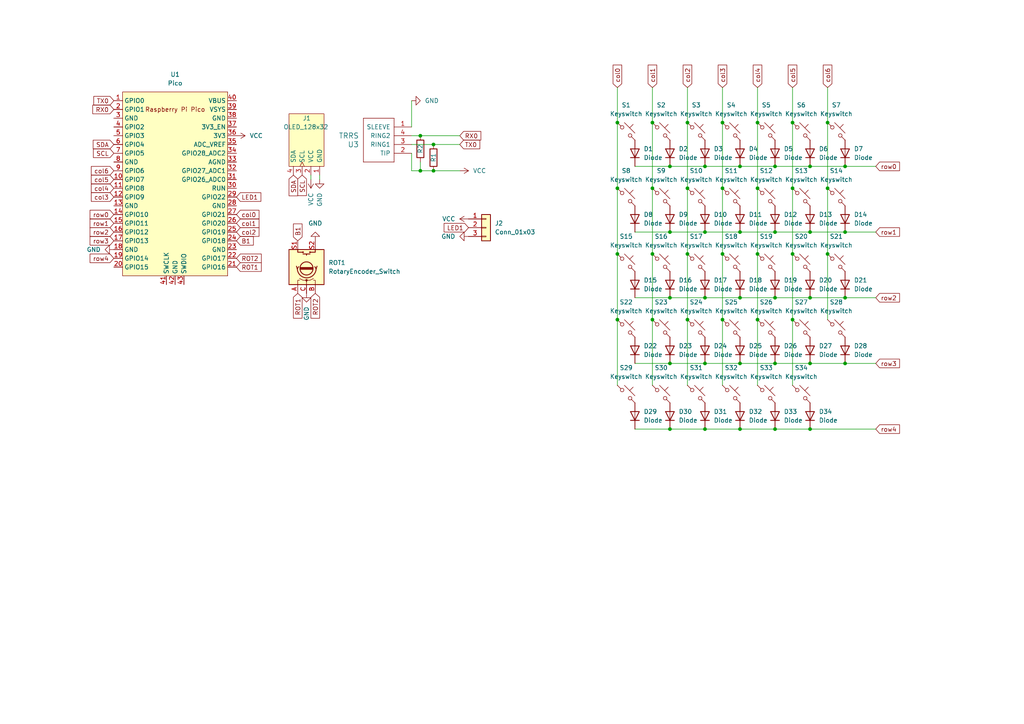
<source format=kicad_sch>
(kicad_sch (version 20230121) (generator eeschema)
  (paper "A4")
  (lib_symbols
    (symbol "Connector_Generic:Conn_01x03" (pin_names (offset 1.016) hide)
      (property "Reference" "J" (at 0 5.08 0))
      (property "Value" "Conn_01x03" (at 0 -5.08 0))
      (symbol "Conn_01x03_1_1"
        (rectangle (start -1.27 -2.413) (end 0 -2.667) (stroke (width 0.1524)))
        (rectangle (start -1.27 0.127) (end 0 -0.127) (stroke (width 0.1524)))
        (rectangle (start -1.27 2.667) (end 0 2.413) (stroke (width 0.1524)))
        (rectangle (start -1.27 3.81) (end 1.27 -3.81) (stroke (width 0.254)) (fill (type background)))
        (pin passive line (at -5.08 2.54 0) (length 3.81) (name "Pin_1") (number "1"))
        (pin passive line (at -5.08 0 0) (length 3.81) (name "Pin_2") (number "2"))
        (pin passive line (at -5.08 -2.54 0) (length 3.81) (name "Pin_3") (number "3"))
      )
    )
    (symbol "Device:RotaryEncoder_Switch" (pin_names (offset 0.254) hide)
      (property "Reference" "SW" (at 0 6.604 0))
      (property "Value" "RotaryEncoder_Switch" (at 0 -6.604 0))
      (symbol "RotaryEncoder_Switch_0_1"
        (rectangle (start -5.08 5.08) (end 5.08 -5.08) (stroke (width 0.254)) (fill (type background)))
        (circle (center -3.81 0) (radius 0.254) (fill (type outline)))
        (circle (center -0.381 0) (radius 1.905) (stroke (width 0.254)))
        (arc (start -0.381 2.667) (mid -3.0988 -0.0635) (end -0.381 -2.794) (stroke (width 0.254)))
        (polyline (pts (xy -0.635 -1.778) (xy -0.635 1.778)) (stroke (width 0.254)))
        (polyline (pts (xy -0.381 -1.778) (xy -0.381 1.778)) (stroke (width 0.254)))
        (polyline (pts (xy -0.127 1.778) (xy -0.127 -1.778)) (stroke (width 0.254)))
        (polyline (pts (xy 3.81 0) (xy 3.429 0)) (stroke (width 0.254)))
        (polyline (pts (xy 3.81 1.016) (xy 3.81 -1.016)) (stroke (width 0.254)))
        (polyline (pts (xy -5.08 -2.54) (xy -3.81 -2.54) (xy -3.81 -2.032)))
        (polyline (pts (xy -5.08 2.54) (xy -3.81 2.54) (xy -3.81 2.032)))
        (polyline (pts (xy 0.254 -3.048) (xy -0.508 -2.794) (xy 0.127 -2.413)) (stroke (width 0.254)))
        (polyline (pts (xy 0.254 2.921) (xy -0.508 2.667) (xy 0.127 2.286)) (stroke (width 0.254)))
        (polyline (pts (xy 5.08 -2.54) (xy 4.318 -2.54) (xy 4.318 -1.016)) (stroke (width 0.254)))
        (polyline (pts (xy 5.08 2.54) (xy 4.318 2.54) (xy 4.318 1.016)) (stroke (width 0.254)))
        (polyline (pts (xy -5.08 0) (xy -3.81 0) (xy -3.81 -1.016) (xy -3.302 -2.032)))
        (polyline (pts (xy -4.318 0) (xy -3.81 0) (xy -3.81 1.016) (xy -3.302 2.032)))
        (circle (center 4.318 -1.016) (radius 0.127) (stroke (width 0.254)))
        (circle (center 4.318 1.016) (radius 0.127) (stroke (width 0.254)))
      )
      (symbol "RotaryEncoder_Switch_1_1"
        (pin passive line (at -7.62 2.54 0) (length 2.54) (name "A") (number "A"))
        (pin passive line (at -7.62 -2.54 0) (length 2.54) (name "B") (number "B"))
        (pin passive line (at -7.62 0 0) (length 2.54) (name "C") (number "C"))
        (pin passive line (at 7.62 2.54 180) (length 2.54) (name "S1") (number "S1"))
        (pin passive line (at 7.62 -2.54 180) (length 2.54) (name "S2") (number "S2"))
      )
    )
    (symbol "MCU_RaspberryPi_and_Boards:Pico"
      (property "Reference" "U" (at -13.97 27.94 0))
      (property "Value" "Pico" (at 0 19.05 0))
      (symbol "Pico_0_0"
        (text "Raspberry Pi Pico" (at 0 21.59 0) (effects (font (size 1.27 1.27))))
      )
      (symbol "Pico_0_1"
        (rectangle (start -15.24 26.67) (end 15.24 -26.67) (fill (type background)))
      )
      (symbol "Pico_1_1"
        (pin bidirectional line (at -17.78 24.13 0) (length 2.54) (name "GPIO0") (number "1"))
        (pin bidirectional line (at -17.78 1.27 0) (length 2.54) (name "GPIO7") (number "10"))
        (pin bidirectional line (at -17.78 -1.27 0) (length 2.54) (name "GPIO8") (number "11"))
        (pin bidirectional line (at -17.78 -3.81 0) (length 2.54) (name "GPIO9") (number "12"))
        (pin power_in line (at -17.78 -6.35 0) (length 2.54) (name "GND") (number "13"))
        (pin bidirectional line (at -17.78 -8.89 0) (length 2.54) (name "GPIO10") (number "14"))
        (pin bidirectional line (at -17.78 -11.43 0) (length 2.54) (name "GPIO11") (number "15"))
        (pin bidirectional line (at -17.78 -13.97 0) (length 2.54) (name "GPIO12") (number "16"))
        (pin bidirectional line (at -17.78 -16.51 0) (length 2.54) (name "GPIO13") (number "17"))
        (pin power_in line (at -17.78 -19.05 0) (length 2.54) (name "GND") (number "18"))
        (pin bidirectional line (at -17.78 -21.59 0) (length 2.54) (name "GPIO14") (number "19"))
        (pin bidirectional line (at -17.78 21.59 0) (length 2.54) (name "GPIO1") (number "2"))
        (pin bidirectional line (at -17.78 -24.13 0) (length 2.54) (name "GPIO15") (number "20"))
        (pin bidirectional line (at 17.78 -24.13 180) (length 2.54) (name "GPIO16") (number "21"))
        (pin bidirectional line (at 17.78 -21.59 180) (length 2.54) (name "GPIO17") (number "22"))
        (pin power_in line (at 17.78 -19.05 180) (length 2.54) (name "GND") (number "23"))
        (pin bidirectional line (at 17.78 -16.51 180) (length 2.54) (name "GPIO18") (number "24"))
        (pin bidirectional line (at 17.78 -13.97 180) (length 2.54) (name "GPIO19") (number "25"))
        (pin bidirectional line (at 17.78 -11.43 180) (length 2.54) (name "GPIO20") (number "26"))
        (pin bidirectional line (at 17.78 -8.89 180) (length 2.54) (name "GPIO21") (number "27"))
        (pin power_in line (at 17.78 -6.35 180) (length 2.54) (name "GND") (number "28"))
        (pin bidirectional line (at 17.78 -3.81 180) (length 2.54) (name "GPIO22") (number "29"))
        (pin power_in line (at -17.78 19.05 0) (length 2.54) (name "GND") (number "3"))
        (pin input line (at 17.78 -1.27 180) (length 2.54) (name "RUN") (number "30"))
        (pin bidirectional line (at 17.78 1.27 180) (length 2.54) (name "GPIO26_ADC0") (number "31"))
        (pin bidirectional line (at 17.78 3.81 180) (length 2.54) (name "GPIO27_ADC1") (number "32"))
        (pin power_in line (at 17.78 6.35 180) (length 2.54) (name "AGND") (number "33"))
        (pin bidirectional line (at 17.78 8.89 180) (length 2.54) (name "GPIO28_ADC2") (number "34"))
        (pin power_in line (at 17.78 11.43 180) (length 2.54) (name "ADC_VREF") (number "35"))
        (pin power_in line (at 17.78 13.97 180) (length 2.54) (name "3V3") (number "36"))
        (pin input line (at 17.78 16.51 180) (length 2.54) (name "3V3_EN") (number "37"))
        (pin bidirectional line (at 17.78 19.05 180) (length 2.54) (name "GND") (number "38"))
        (pin power_in line (at 17.78 21.59 180) (length 2.54) (name "VSYS") (number "39"))
        (pin bidirectional line (at -17.78 16.51 0) (length 2.54) (name "GPIO2") (number "4"))
        (pin power_in line (at 17.78 24.13 180) (length 2.54) (name "VBUS") (number "40"))
        (pin input line (at -2.54 -29.21 90) (length 2.54) (name "SWCLK") (number "41"))
        (pin power_in line (at 0 -29.21 90) (length 2.54) (name "GND") (number "42"))
        (pin bidirectional line (at 2.54 -29.21 90) (length 2.54) (name "SWDIO") (number "43"))
        (pin bidirectional line (at -17.78 13.97 0) (length 2.54) (name "GPIO3") (number "5"))
        (pin bidirectional line (at -17.78 11.43 0) (length 2.54) (name "GPIO4") (number "6"))
        (pin bidirectional line (at -17.78 8.89 0) (length 2.54) (name "GPIO5") (number "7"))
        (pin power_in line (at -17.78 6.35 0) (length 2.54) (name "GND") (number "8"))
        (pin bidirectional line (at -17.78 3.81 0) (length 2.54) (name "GPIO6") (number "9"))
      )
    )
    (symbol "ScottoKeebs:OLED_128x32" (pin_names (offset 1.016))
      (property "Reference" "J" (at 0 -6.35 0))
      (property "Value" "OLED_128x32" (at 0 6.35 0))
      (symbol "OLED_128x32_0_1"
        (rectangle (start 0 5.08) (end 15.24 -5.08) (fill (type background)))
      )
      (symbol "OLED_128x32_1_1"
        (pin power_in line (at -2.54 -3.81 0) (length 2.54) (name "GND") (number "1"))
        (pin power_in line (at -2.54 -1.27 0) (length 2.54) (name "VCC") (number "2"))
        (pin input clock (at -2.54 1.27 0) (length 2.54) (name "SCL") (number "3"))
        (pin bidirectional line (at -2.54 3.81 0) (length 2.54) (name "SDA") (number "4"))
      )
    )
    (symbol "ScottoKeebs:Placeholder_Diode" (pin_numbers hide) (pin_names hide)
      (property "Reference" "D" (at 0 2.54 0))
      (property "Value" "Diode" (at 0 -2.54 0))
      (symbol "Placeholder_Diode_0_1"
        (polyline (pts (xy -1.27 1.27) (xy -1.27 -1.27)) (stroke (width 0.254)))
        (polyline (pts (xy 1.27 0) (xy -1.27 0)))
        (polyline (pts (xy 1.27 1.27) (xy 1.27 -1.27) (xy -1.27 0) (xy 1.27 1.27)) (stroke (width 0.254)))
      )
      (symbol "Placeholder_Diode_1_1"
        (pin passive line (at -3.81 0 0) (length 2.54) (name "K") (number "1"))
        (pin passive line (at 3.81 0 180) (length 2.54) (name "A") (number "2"))
      )
    )
    (symbol "ScottoKeebs:Placeholder_Keyswitch" (pin_numbers hide) (pin_names (offset 1.016) hide)
      (property "Reference" "S" (at 3.048 1.016 0))
      (property "Value" "Keyswitch" (at 0 -3.81 0))
      (symbol "Placeholder_Keyswitch_0_1"
        (circle (center -1.1684 1.1684) (radius 0.508))
        (polyline (pts (xy -0.508 2.54) (xy 2.54 -0.508)))
        (polyline (pts (xy 1.016 1.016) (xy 2.032 2.032)))
        (polyline (pts (xy -2.54 2.54) (xy -1.524 1.524) (xy -1.524 1.524)))
        (polyline (pts (xy 1.524 -1.524) (xy 2.54 -2.54) (xy 2.54 -2.54) (xy 2.54 -2.54)))
        (circle (center 1.143 -1.1938) (radius 0.508))
        (pin passive line (at -2.54 2.54 0) (length 0) (name "1") (number "1"))
        (pin passive line (at 2.54 -2.54 180) (length 0) (name "2") (number "2"))
      )
    )
    (symbol "ScottoKeebs:Placeholder_Resistor" (pin_numbers hide) (pin_names (offset 0))
      (property "Reference" "R" (at 0 2.032 0))
      (property "Value" "Resistor" (at 0 -2.54 0))
      (symbol "Placeholder_Resistor_0_1"
        (rectangle (start 2.54 -1.016) (end -2.54 1.016) (stroke (width 0.254)))
      )
      (symbol "Placeholder_Resistor_1_1"
        (pin passive line (at -3.81 0 0) (length 1.27) (name "~") (number "1"))
        (pin passive line (at 3.81 0 180) (length 1.27) (name "~") (number "2"))
      )
    )
    (symbol "ScottoKeebs:Placeholder_TRRS" (pin_names (offset 1.016))
      (property "Reference" "U" (at 0 15.24 0))
      (property "Value" "TRRS" (at 0 -2.54 0))
      (symbol "Placeholder_TRRS_0_1"
        (rectangle (start -3.81 0) (end -3.81 12.7))
        (rectangle (start -3.81 0) (end 5.08 0))
        (rectangle (start -3.81 12.7) (end 5.08 12.7))
        (rectangle (start 5.08 12.7) (end 5.08 0))
      )
      (symbol "Placeholder_TRRS_1_1"
        (pin input line (at -8.89 2.54 0) (length 5.08) (name "SLEEVE") (number "1"))
        (pin input line (at -8.89 10.16 0) (length 5.08) (name "TIP") (number "2"))
        (pin input line (at -8.89 7.62 0) (length 5.08) (name "RING1") (number "3"))
        (pin input line (at -8.89 5.08 0) (length 5.08) (name "RING2") (number "4"))
      )
    )
    (symbol "power:GND" (power) (pin_names (offset 0))
      (property "Value" "GND" (at 0 -3.81 0))
      (symbol "GND_0_1"
        (polyline (pts (xy 0 0) (xy 0 -1.27) (xy 1.27 -1.27) (xy 0 -2.54) (xy -1.27 -1.27) (xy 0 -1.27)))
      )
      (symbol "GND_1_1"
        (pin power_in line (at 0 0 270) (length 0) hide (name "GND") (number "1"))
      )
    )
    (symbol "power:VCC" (power) (pin_names (offset 0))
      (property "Value" "VCC" (at 0 3.81 0))
      (symbol "VCC_0_1"
        (polyline (pts (xy -0.762 1.27) (xy 0 2.54)))
        (polyline (pts (xy 0 0) (xy 0 2.54)))
        (polyline (pts (xy 0 2.54) (xy 0.762 1.27)))
      )
      (symbol "VCC_1_1"
        (pin power_in line (at 0 0 90) (length 0) hide (name "VCC") (number "1"))
      )
    )
  )
  (junction (at 204.47 124.46))
  (junction (at 219.71 73.66))
  (junction (at 121.92 39.37))
  (junction (at 189.23 35.56))
  (junction (at 194.31 86.36))
  (junction (at 240.03 54.61))
  (junction (at 209.55 35.56))
  (junction (at 214.63 67.31))
  (junction (at 199.39 92.71))
  (junction (at 179.07 92.71))
  (junction (at 204.47 48.26))
  (junction (at 219.71 35.56))
  (junction (at 224.79 105.41))
  (junction (at 194.31 105.41))
  (junction (at 245.11 48.26))
  (junction (at 209.55 92.71))
  (junction (at 219.71 54.61))
  (junction (at 121.92 49.53))
  (junction (at 245.11 67.31))
  (junction (at 234.95 67.31))
  (junction (at 240.03 35.56))
  (junction (at 234.95 124.46))
  (junction (at 219.71 92.71))
  (junction (at 199.39 54.61))
  (junction (at 194.31 67.31))
  (junction (at 234.95 86.36))
  (junction (at 199.39 73.66))
  (junction (at 234.95 105.41))
  (junction (at 214.63 48.26))
  (junction (at 245.11 105.41))
  (junction (at 125.73 49.53))
  (junction (at 224.79 124.46))
  (junction (at 209.55 54.61))
  (junction (at 229.87 35.56))
  (junction (at 240.03 73.66))
  (junction (at 229.87 54.61))
  (junction (at 189.23 73.66))
  (junction (at 209.55 73.66))
  (junction (at 224.79 86.36))
  (junction (at 224.79 67.31))
  (junction (at 214.63 86.36))
  (junction (at 194.31 124.46))
  (junction (at 179.07 73.66))
  (junction (at 204.47 105.41))
  (junction (at 189.23 92.71))
  (junction (at 245.11 86.36))
  (junction (at 229.87 92.71))
  (junction (at 214.63 105.41))
  (junction (at 204.47 86.36))
  (junction (at 229.87 73.66))
  (junction (at 234.95 48.26))
  (junction (at 179.07 54.61))
  (junction (at 224.79 48.26))
  (junction (at 194.31 48.26))
  (junction (at 199.39 35.56))
  (junction (at 214.63 124.46))
  (junction (at 189.23 54.61))
  (junction (at 204.47 67.31))
  (junction (at 125.73 41.91))
  (junction (at 179.07 35.56))
  (wire (pts (xy 179.07 92.71) (xy 179.07 111.76)))
  (wire (pts (xy 219.71 92.71) (xy 219.71 111.76)))
  (wire (pts (xy 209.55 25.4) (xy 209.55 35.56)))
  (wire (pts (xy 121.92 46.99) (xy 121.92 49.53)))
  (wire (pts (xy 121.92 49.53) (xy 119.38 49.53)))
  (wire (pts (xy 209.55 92.71) (xy 209.55 111.76)))
  (wire (pts (xy 199.39 35.56) (xy 199.39 54.61)))
  (wire (pts (xy 194.31 105.41) (xy 204.47 105.41)))
  (wire (pts (xy 229.87 25.4) (xy 229.87 35.56)))
  (wire (pts (xy 209.55 54.61) (xy 209.55 73.66)))
  (wire (pts (xy 224.79 48.26) (xy 234.95 48.26)))
  (wire (pts (xy 204.47 124.46) (xy 214.63 124.46)))
  (wire (pts (xy 254 105.41) (xy 245.11 105.41)))
  (wire (pts (xy 204.47 105.41) (xy 214.63 105.41)))
  (wire (pts (xy 245.11 48.26) (xy 254 48.26)))
  (wire (pts (xy 214.63 86.36) (xy 224.79 86.36)))
  (wire (pts (xy 229.87 73.66) (xy 229.87 92.71)))
  (wire (pts (xy 179.07 25.4) (xy 179.07 35.56)))
  (wire (pts (xy 125.73 49.53) (xy 121.92 49.53)))
  (wire (pts (xy 184.15 105.41) (xy 194.31 105.41)))
  (wire (pts (xy 240.03 25.4) (xy 240.03 35.56)))
  (wire (pts (xy 204.47 86.36) (xy 214.63 86.36)))
  (wire (pts (xy 234.95 67.31) (xy 245.11 67.31)))
  (wire (pts (xy 214.63 48.26) (xy 224.79 48.26)))
  (wire (pts (xy 245.11 67.31) (xy 254 67.31)))
  (wire (pts (xy 184.15 67.31) (xy 194.31 67.31)))
  (wire (pts (xy 219.71 54.61) (xy 219.71 73.66)))
  (wire (pts (xy 219.71 35.56) (xy 219.71 54.61)))
  (wire (pts (xy 133.35 41.91) (xy 125.73 41.91)))
  (wire (pts (xy 184.15 86.36) (xy 194.31 86.36)))
  (wire (pts (xy 121.92 39.37) (xy 119.38 39.37)))
  (wire (pts (xy 240.03 73.66) (xy 240.03 92.71)))
  (wire (pts (xy 194.31 124.46) (xy 204.47 124.46)))
  (wire (pts (xy 224.79 124.46) (xy 234.95 124.46)))
  (wire (pts (xy 92.71 52.07) (xy 92.71 50.8)))
  (wire (pts (xy 90.17 52.07) (xy 90.17 50.8)))
  (wire (pts (xy 234.95 48.26) (xy 245.11 48.26)))
  (wire (pts (xy 229.87 54.61) (xy 229.87 73.66)))
  (wire (pts (xy 219.71 25.4) (xy 219.71 35.56)))
  (wire (pts (xy 184.15 48.26) (xy 194.31 48.26)))
  (wire (pts (xy 234.95 86.36) (xy 245.11 86.36)))
  (wire (pts (xy 229.87 35.56) (xy 229.87 54.61)))
  (wire (pts (xy 199.39 54.61) (xy 199.39 73.66)))
  (wire (pts (xy 234.95 105.41) (xy 245.11 105.41)))
  (wire (pts (xy 204.47 67.31) (xy 214.63 67.31)))
  (wire (pts (xy 199.39 25.4) (xy 199.39 35.56)))
  (wire (pts (xy 184.15 124.46) (xy 194.31 124.46)))
  (wire (pts (xy 189.23 35.56) (xy 189.23 54.61)))
  (wire (pts (xy 133.35 49.53) (xy 125.73 49.53)))
  (wire (pts (xy 189.23 92.71) (xy 189.23 111.76)))
  (wire (pts (xy 194.31 48.26) (xy 204.47 48.26)))
  (wire (pts (xy 224.79 105.41) (xy 234.95 105.41)))
  (wire (pts (xy 199.39 92.71) (xy 199.39 111.76)))
  (wire (pts (xy 245.11 86.36) (xy 254 86.36)))
  (wire (pts (xy 224.79 67.31) (xy 234.95 67.31)))
  (wire (pts (xy 179.07 54.61) (xy 179.07 73.66)))
  (wire (pts (xy 229.87 92.71) (xy 229.87 111.76)))
  (wire (pts (xy 119.38 44.45) (xy 119.38 49.53)))
  (wire (pts (xy 204.47 48.26) (xy 214.63 48.26)))
  (wire (pts (xy 234.95 124.46) (xy 254 124.46)))
  (wire (pts (xy 125.73 41.91) (xy 119.38 41.91)))
  (wire (pts (xy 189.23 54.61) (xy 189.23 73.66)))
  (wire (pts (xy 219.71 73.66) (xy 219.71 92.71)))
  (wire (pts (xy 199.39 73.66) (xy 199.39 92.71)))
  (wire (pts (xy 209.55 73.66) (xy 209.55 92.71)))
  (wire (pts (xy 209.55 35.56) (xy 209.55 54.61)))
  (wire (pts (xy 240.03 35.56) (xy 240.03 54.61)))
  (wire (pts (xy 214.63 67.31) (xy 224.79 67.31)))
  (wire (pts (xy 189.23 73.66) (xy 189.23 92.71)))
  (wire (pts (xy 214.63 124.46) (xy 224.79 124.46)))
  (wire (pts (xy 240.03 54.61) (xy 240.03 73.66)))
  (wire (pts (xy 224.79 86.36) (xy 234.95 86.36)))
  (wire (pts (xy 119.38 29.21) (xy 119.38 36.83)))
  (wire (pts (xy 179.07 73.66) (xy 179.07 92.71)))
  (wire (pts (xy 194.31 67.31) (xy 204.47 67.31)))
  (wire (pts (xy 179.07 35.56) (xy 179.07 54.61)))
  (wire (pts (xy 194.31 86.36) (xy 204.47 86.36)))
  (wire (pts (xy 133.35 39.37) (xy 121.92 39.37)))
  (wire (pts (xy 214.63 105.41) (xy 224.79 105.41)))
  (wire (pts (xy 189.23 25.4) (xy 189.23 35.56)))
  (global_label "row0" (shape input) (at 254 48.26 0) (property "Intersheetrefs" "${INTERSHEET_REFS}" (effects hide)))
  (global_label "col3" (shape input) (at 209.55 25.4 90) (property "Intersheetrefs" "${INTERSHEET_REFS}" (effects hide)))
  (global_label "row1" (shape input) (at 254 67.31 0) (property "Intersheetrefs" "${INTERSHEET_REFS}" (effects hide)))
  (global_label "col4" (shape input) (at 219.71 25.4 90) (property "Intersheetrefs" "${INTERSHEET_REFS}" (effects hide)))
  (global_label "LED1" (shape input) (at 68.58 57.15 0) (property "Intersheetrefs" "${INTERSHEET_REFS}" (effects hide)))
  (global_label "TX0" (shape input) (at 33.02 29.21 180) (property "Intersheetrefs" "${INTERSHEET_REFS}" (effects hide)))
  (global_label "col2" (shape input) (at 199.39 25.4 90) (property "Intersheetrefs" "${INTERSHEET_REFS}" (effects hide)))
  (global_label "col5" (shape input) (at 33.02 52.07 180) (property "Intersheetrefs" "${INTERSHEET_REFS}" (effects hide)))
  (global_label "row3" (shape input) (at 33.02 69.85 180) (property "Intersheetrefs" "${INTERSHEET_REFS}" (effects hide)))
  (global_label "TX0" (shape input) (at 133.35 41.91 0) (property "Intersheetrefs" "${INTERSHEET_REFS}" (effects hide)))
  (global_label "RX0" (shape input) (at 33.02 31.75 180) (property "Intersheetrefs" "${INTERSHEET_REFS}" (effects hide)))
  (global_label "SDA" (shape input) (at 85.09 50.8 270) (property "Intersheetrefs" "${INTERSHEET_REFS}" (effects hide)))
  (global_label "col5" (shape input) (at 229.87 25.4 90) (property "Intersheetrefs" "${INTERSHEET_REFS}" (effects hide)))
  (global_label "SCL" (shape input) (at 33.02 44.45 180) (property "Intersheetrefs" "${INTERSHEET_REFS}" (effects hide)))
  (global_label "col6" (shape input) (at 240.03 25.4 90) (property "Intersheetrefs" "${INTERSHEET_REFS}" (effects hide)))
  (global_label "col4" (shape input) (at 33.02 54.61 180) (property "Intersheetrefs" "${INTERSHEET_REFS}" (effects hide)))
  (global_label "SCL" (shape input) (at 87.63 50.8 270) (property "Intersheetrefs" "${INTERSHEET_REFS}" (effects hide)))
  (global_label "LED1" (shape input) (at 135.89 66.04 180) (property "Intersheetrefs" "${INTERSHEET_REFS}" (effects hide)))
  (global_label "B1" (shape input) (at 86.36 69.85 90) (property "Intersheetrefs" "${INTERSHEET_REFS}" (effects hide)))
  (global_label "row2" (shape input) (at 33.02 67.31 180) (property "Intersheetrefs" "${INTERSHEET_REFS}" (effects hide)))
  (global_label "ROT1" (shape input) (at 68.58 77.47 0) (property "Intersheetrefs" "${INTERSHEET_REFS}" (effects hide)))
  (global_label "row0" (shape input) (at 33.02 62.23 180) (property "Intersheetrefs" "${INTERSHEET_REFS}" (effects hide)))
  (global_label "col0" (shape input) (at 68.58 62.23 0) (property "Intersheetrefs" "${INTERSHEET_REFS}" (effects hide)))
  (global_label "ROT2" (shape input) (at 91.44 85.09 270) (property "Intersheetrefs" "${INTERSHEET_REFS}" (effects hide)))
  (global_label "row4" (shape input) (at 254 124.46 0) (property "Intersheetrefs" "${INTERSHEET_REFS}" (effects hide)))
  (global_label "row2" (shape input) (at 254 86.36 0) (property "Intersheetrefs" "${INTERSHEET_REFS}" (effects hide)))
  (global_label "row4" (shape input) (at 33.02 74.93 180) (property "Intersheetrefs" "${INTERSHEET_REFS}" (effects hide)))
  (global_label "ROT2" (shape input) (at 68.58 74.93 0) (property "Intersheetrefs" "${INTERSHEET_REFS}" (effects hide)))
  (global_label "row3" (shape input) (at 254 105.41 0) (property "Intersheetrefs" "${INTERSHEET_REFS}" (effects hide)))
  (global_label "col0" (shape input) (at 179.07 25.4 90) (property "Intersheetrefs" "${INTERSHEET_REFS}" (effects hide)))
  (global_label "ROT1" (shape input) (at 86.36 85.09 270) (property "Intersheetrefs" "${INTERSHEET_REFS}" (effects hide)))
  (global_label "col1" (shape input) (at 68.58 64.77 0) (property "Intersheetrefs" "${INTERSHEET_REFS}" (effects hide)))
  (global_label "B1" (shape input) (at 68.58 69.85 0) (property "Intersheetrefs" "${INTERSHEET_REFS}" (effects hide)))
  (global_label "col1" (shape input) (at 189.23 25.4 90) (property "Intersheetrefs" "${INTERSHEET_REFS}" (effects hide)))
  (global_label "col3" (shape input) (at 33.02 57.15 180) (property "Intersheetrefs" "${INTERSHEET_REFS}" (effects hide)))
  (global_label "RX0" (shape input) (at 133.35 39.37 0) (property "Intersheetrefs" "${INTERSHEET_REFS}" (effects hide)))
  (global_label "col2" (shape input) (at 68.58 67.31 0) (property "Intersheetrefs" "${INTERSHEET_REFS}" (effects hide)))
  (global_label "SDA" (shape input) (at 33.02 41.91 180) (property "Intersheetrefs" "${INTERSHEET_REFS}" (effects hide)))
  (global_label "col6" (shape input) (at 33.02 49.53 180) (property "Intersheetrefs" "${INTERSHEET_REFS}" (effects hide)))
  (global_label "row1" (shape input) (at 33.02 64.77 180) (property "Intersheetrefs" "${INTERSHEET_REFS}" (effects hide)))
  (symbol (lib_id "ScottoKeebs:Placeholder_Diode") (at 194.31 120.65 90) (unit 1)
    (property "Reference" "D30" (at 196.85 119.38 90) (effects (justify right)))
    (property "Value" "Diode" (at 196.85 121.92 90) (effects (justify right)))
    (property "Footprint" "ScottoKeebs_Components:Diode_DO-35" (effects hide))
    (property "Sim.Device" "D" (effects hide))
    (property "Sim.Pins" "1=K 2=A" (effects hide))
  )
  (symbol (lib_id "ScottoKeebs:Placeholder_Diode") (at 245.11 63.5 90) (unit 1)
    (property "Reference" "D14" (at 247.65 62.23 90) (effects (justify right)))
    (property "Value" "Diode" (at 247.65 64.77 90) (effects (justify right)))
    (property "Footprint" "ScottoKeebs_Components:Diode_DO-35" (effects hide))
    (property "Sim.Device" "D" (effects hide))
    (property "Sim.Pins" "1=K 2=A" (effects hide))
  )
  (symbol (lib_id "ScottoKeebs:Placeholder_Keyswitch") (at 222.25 76.2 0) (unit 1)
    (property "Reference" "S19" (at 222.25 68.58 0))
    (property "Value" "Keyswitch" (at 222.25 71.12 0))
    (property "Footprint" "ScottoKeebs_MX:MX_PCB_1.00u" (effects hide))
  )
  (symbol (lib_id "ScottoKeebs:Placeholder_Diode") (at 184.15 101.6 90) (unit 1)
    (property "Reference" "D22" (at 186.69 100.33 90) (effects (justify right)))
    (property "Value" "Diode" (at 186.69 102.87 90) (effects (justify right)))
    (property "Footprint" "ScottoKeebs_Components:Diode_DO-35" (effects hide))
    (property "Sim.Device" "D" (effects hide))
    (property "Sim.Pins" "1=K 2=A" (effects hide))
  )
  (symbol (lib_id "ScottoKeebs:Placeholder_Diode") (at 194.31 44.45 90) (unit 1)
    (property "Reference" "D2" (at 196.85 43.18 90) (effects (justify right)))
    (property "Value" "Diode" (at 196.85 45.72 90) (effects (justify right)))
    (property "Footprint" "ScottoKeebs_Components:Diode_DO-35" (effects hide))
    (property "Sim.Device" "D" (effects hide))
    (property "Sim.Pins" "1=K 2=A" (effects hide))
  )
  (symbol (lib_id "ScottoKeebs:Placeholder_Keyswitch") (at 242.57 76.2 0) (unit 1)
    (property "Reference" "S21" (at 242.57 68.58 0))
    (property "Value" "Keyswitch" (at 242.57 71.12 0))
    (property "Footprint" "ScottoKeebs_MX:MX_PCB_1.00u" (effects hide))
  )
  (symbol (lib_id "ScottoKeebs:Placeholder_Diode") (at 214.63 44.45 90) (unit 1)
    (property "Reference" "D4" (at 217.17 43.18 90) (effects (justify right)))
    (property "Value" "Diode" (at 217.17 45.72 90) (effects (justify right)))
    (property "Footprint" "ScottoKeebs_Components:Diode_DO-35" (effects hide))
    (property "Sim.Device" "D" (effects hide))
    (property "Sim.Pins" "1=K 2=A" (effects hide))
  )
  (symbol (lib_id "ScottoKeebs:Placeholder_Diode") (at 204.47 44.45 90) (unit 1)
    (property "Reference" "D3" (at 207.01 43.18 90) (effects (justify right)))
    (property "Value" "Diode" (at 207.01 45.72 90) (effects (justify right)))
    (property "Footprint" "ScottoKeebs_Components:Diode_DO-35" (effects hide))
    (property "Sim.Device" "D" (effects hide))
    (property "Sim.Pins" "1=K 2=A" (effects hide))
  )
  (symbol (lib_id "ScottoKeebs:Placeholder_Diode") (at 224.79 63.5 90) (unit 1)
    (property "Reference" "D12" (at 227.33 62.23 90) (effects (justify right)))
    (property "Value" "Diode" (at 227.33 64.77 90) (effects (justify right)))
    (property "Footprint" "ScottoKeebs_Components:Diode_DO-35" (effects hide))
    (property "Sim.Device" "D" (effects hide))
    (property "Sim.Pins" "1=K 2=A" (effects hide))
  )
  (symbol (lib_id "ScottoKeebs:Placeholder_Keyswitch") (at 232.41 114.3 0) (unit 1)
    (property "Reference" "S34" (at 232.41 106.68 0))
    (property "Value" "Keyswitch" (at 232.41 109.22 0))
    (property "Footprint" "ScottoKeebs_MX:MX_PCB_1.00u" (effects hide))
  )
  (symbol (lib_id "ScottoKeebs:Placeholder_Keyswitch") (at 191.77 38.1 0) (unit 1)
    (property "Reference" "S2" (at 191.77 30.48 0))
    (property "Value" "Keyswitch" (at 191.77 33.02 0))
    (property "Footprint" "ScottoKeebs_MX:MX_PCB_1.00u" (effects hide))
  )
  (symbol (lib_id "ScottoKeebs:Placeholder_Keyswitch") (at 181.61 114.3 0) (unit 1)
    (property "Reference" "S29" (at 181.61 106.68 0))
    (property "Value" "Keyswitch" (at 181.61 109.22 0))
    (property "Footprint" "ScottoKeebs_MX:MX_PCB_1.00u" (effects hide))
  )
  (symbol (lib_id "ScottoKeebs:Placeholder_Diode") (at 214.63 63.5 90) (unit 1)
    (property "Reference" "D11" (at 217.17 62.23 90) (effects (justify right)))
    (property "Value" "Diode" (at 217.17 64.77 90) (effects (justify right)))
    (property "Footprint" "ScottoKeebs_Components:Diode_DO-35" (effects hide))
    (property "Sim.Device" "D" (effects hide))
    (property "Sim.Pins" "1=K 2=A" (effects hide))
  )
  (symbol (lib_id "ScottoKeebs:Placeholder_Keyswitch") (at 212.09 38.1 0) (unit 1)
    (property "Reference" "S4" (at 212.09 30.48 0))
    (property "Value" "Keyswitch" (at 212.09 33.02 0))
    (property "Footprint" "ScottoKeebs_MX:MX_PCB_1.00u" (effects hide))
  )
  (symbol (lib_id "ScottoKeebs:Placeholder_Keyswitch") (at 191.77 57.15 0) (unit 1)
    (property "Reference" "S9" (at 191.77 49.53 0))
    (property "Value" "Keyswitch" (at 191.77 52.07 0))
    (property "Footprint" "ScottoKeebs_MX:MX_PCB_1.00u" (effects hide))
  )
  (symbol (lib_id "ScottoKeebs:Placeholder_Keyswitch") (at 242.57 38.1 0) (unit 1)
    (property "Reference" "S7" (at 242.57 30.48 0))
    (property "Value" "Keyswitch" (at 242.57 33.02 0))
    (property "Footprint" "ScottoKeebs_MX:MX_PCB_1.00u" (effects hide))
  )
  (symbol (lib_id "ScottoKeebs:Placeholder_Diode") (at 184.15 120.65 90) (unit 1)
    (property "Reference" "D29" (at 186.69 119.38 90) (effects (justify right)))
    (property "Value" "Diode" (at 186.69 121.92 90) (effects (justify right)))
    (property "Footprint" "ScottoKeebs_Components:Diode_DO-35" (effects hide))
    (property "Sim.Device" "D" (effects hide))
    (property "Sim.Pins" "1=K 2=A" (effects hide))
  )
  (symbol (lib_id "ScottoKeebs:Placeholder_Diode") (at 245.11 82.55 90) (unit 1)
    (property "Reference" "D21" (at 247.65 81.28 90) (effects (justify right)))
    (property "Value" "Diode" (at 247.65 83.82 90) (effects (justify right)))
    (property "Footprint" "ScottoKeebs_Components:Diode_DO-35" (effects hide))
    (property "Sim.Device" "D" (effects hide))
    (property "Sim.Pins" "1=K 2=A" (effects hide))
  )
  (symbol (lib_id "ScottoKeebs:Placeholder_Keyswitch") (at 181.61 76.2 0) (unit 1)
    (property "Reference" "S15" (at 181.61 68.58 0))
    (property "Value" "Keyswitch" (at 181.61 71.12 0))
    (property "Footprint" "ScottoKeebs_MX:MX_PCB_1.00u" (effects hide))
  )
  (symbol (lib_id "ScottoKeebs:Placeholder_Keyswitch") (at 212.09 114.3 0) (unit 1)
    (property "Reference" "S32" (at 212.09 106.68 0))
    (property "Value" "Keyswitch" (at 212.09 109.22 0))
    (property "Footprint" "ScottoKeebs_MX:MX_PCB_1.00u" (effects hide))
  )
  (symbol (lib_id "ScottoKeebs:OLED_128x32") (at 88.9 48.26 90) (unit 1)
    (property "Reference" "J1" (at 90.17 34.29 90) (effects (justify left)))
    (property "Value" "OLED_128x32" (at 95.25 36.83 90) (effects (justify left)))
    (property "Footprint" "ScottoKeebs_Components:OLED_128x32" (effects hide))
  )
  (symbol (lib_id "ScottoKeebs:Placeholder_Keyswitch") (at 212.09 57.15 0) (unit 1)
    (property "Reference" "S11" (at 212.09 49.53 0))
    (property "Value" "Keyswitch" (at 212.09 52.07 0))
    (property "Footprint" "ScottoKeebs_MX:MX_PCB_1.00u" (effects hide))
  )
  (symbol (lib_id "ScottoKeebs:Placeholder_Diode") (at 214.63 82.55 90) (unit 1)
    (property "Reference" "D18" (at 217.17 81.28 90) (effects (justify right)))
    (property "Value" "Diode" (at 217.17 83.82 90) (effects (justify right)))
    (property "Footprint" "ScottoKeebs_Components:Diode_DO-35" (effects hide))
    (property "Sim.Device" "D" (effects hide))
    (property "Sim.Pins" "1=K 2=A" (effects hide))
  )
  (symbol (lib_id "ScottoKeebs:Placeholder_Diode") (at 194.31 101.6 90) (unit 1)
    (property "Reference" "D23" (at 196.85 100.33 90) (effects (justify right)))
    (property "Value" "Diode" (at 196.85 102.87 90) (effects (justify right)))
    (property "Footprint" "ScottoKeebs_Components:Diode_DO-35" (effects hide))
    (property "Sim.Device" "D" (effects hide))
    (property "Sim.Pins" "1=K 2=A" (effects hide))
  )
  (symbol (lib_id "ScottoKeebs:Placeholder_Diode") (at 234.95 82.55 90) (unit 1)
    (property "Reference" "D20" (at 237.49 81.28 90) (effects (justify right)))
    (property "Value" "Diode" (at 237.49 83.82 90) (effects (justify right)))
    (property "Footprint" "ScottoKeebs_Components:Diode_DO-35" (effects hide))
    (property "Sim.Device" "D" (effects hide))
    (property "Sim.Pins" "1=K 2=A" (effects hide))
  )
  (symbol (lib_id "ScottoKeebs:Placeholder_Keyswitch") (at 232.41 38.1 0) (unit 1)
    (property "Reference" "S6" (at 232.41 30.48 0))
    (property "Value" "Keyswitch" (at 232.41 33.02 0))
    (property "Footprint" "ScottoKeebs_MX:MX_PCB_1.00u" (effects hide))
  )
  (symbol (lib_id "ScottoKeebs:Placeholder_Keyswitch") (at 191.77 114.3 0) (unit 1)
    (property "Reference" "S30" (at 191.77 106.68 0))
    (property "Value" "Keyswitch" (at 191.77 109.22 0))
    (property "Footprint" "ScottoKeebs_MX:MX_PCB_1.00u" (effects hide))
  )
  (symbol (lib_id "power:GND") (at 135.89 68.58 270) (unit 1)
    (property "Reference" "#PWR010" (effects hide))
    (property "Value" "GND" (at 132.08 68.58 90) (effects (justify right)))
  )
  (symbol (lib_id "ScottoKeebs:Placeholder_Diode") (at 224.79 120.65 90) (unit 1)
    (property "Reference" "D33" (at 227.33 119.38 90) (effects (justify right)))
    (property "Value" "Diode" (at 227.33 121.92 90) (effects (justify right)))
    (property "Footprint" "ScottoKeebs_Components:Diode_DO-35" (effects hide))
    (property "Sim.Device" "D" (effects hide))
    (property "Sim.Pins" "1=K 2=A" (effects hide))
  )
  (symbol (lib_id "ScottoKeebs:Placeholder_Diode") (at 245.11 101.6 90) (unit 1)
    (property "Reference" "D28" (at 247.65 100.33 90) (effects (justify right)))
    (property "Value" "Diode" (at 247.65 102.87 90) (effects (justify right)))
    (property "Footprint" "ScottoKeebs_Components:Diode_DO-35" (effects hide))
    (property "Sim.Device" "D" (effects hide))
    (property "Sim.Pins" "1=K 2=A" (effects hide))
  )
  (symbol (lib_id "ScottoKeebs:Placeholder_Resistor") (at 121.92 43.18 90) (unit 1)
    (property "Reference" "R2" (at 121.92 43.18 0))
    (property "Value" "Resistor" (effects hide))
    (property "Footprint" "Resistor_THT:R_Axial_DIN0204_L3.6mm_D1.6mm_P5.08mm_Horizontal" (effects hide))
  )
  (symbol (lib_id "ScottoKeebs:Placeholder_Diode") (at 234.95 44.45 90) (unit 1)
    (property "Reference" "D6" (at 237.49 43.18 90) (effects (justify right)))
    (property "Value" "Diode" (at 237.49 45.72 90) (effects (justify right)))
    (property "Footprint" "ScottoKeebs_Components:Diode_DO-35" (effects hide))
    (property "Sim.Device" "D" (effects hide))
    (property "Sim.Pins" "1=K 2=A" (effects hide))
  )
  (symbol (lib_id "ScottoKeebs:Placeholder_Diode") (at 214.63 120.65 90) (unit 1)
    (property "Reference" "D32" (at 217.17 119.38 90) (effects (justify right)))
    (property "Value" "Diode" (at 217.17 121.92 90) (effects (justify right)))
    (property "Footprint" "ScottoKeebs_Components:Diode_DO-35" (effects hide))
    (property "Sim.Device" "D" (effects hide))
    (property "Sim.Pins" "1=K 2=A" (effects hide))
  )
  (symbol (lib_id "power:GND") (at 119.38 29.21 90) (unit 1)
    (property "Reference" "#PWR09" (effects hide))
    (property "Value" "GND" (at 123.19 29.21 90) (effects (justify right)))
  )
  (symbol (lib_id "ScottoKeebs:Placeholder_Diode") (at 194.31 82.55 90) (unit 1)
    (property "Reference" "D16" (at 196.85 81.28 90) (effects (justify right)))
    (property "Value" "Diode" (at 196.85 83.82 90) (effects (justify right)))
    (property "Footprint" "ScottoKeebs_Components:Diode_DO-35" (effects hide))
    (property "Sim.Device" "D" (effects hide))
    (property "Sim.Pins" "1=K 2=A" (effects hide))
  )
  (symbol (lib_id "ScottoKeebs:Placeholder_Diode") (at 184.15 82.55 90) (unit 1)
    (property "Reference" "D15" (at 186.69 81.28 90) (effects (justify right)))
    (property "Value" "Diode" (at 186.69 83.82 90) (effects (justify right)))
    (property "Footprint" "ScottoKeebs_Components:Diode_DO-35" (effects hide))
    (property "Sim.Device" "D" (effects hide))
    (property "Sim.Pins" "1=K 2=A" (effects hide))
  )
  (symbol (lib_id "ScottoKeebs:Placeholder_Keyswitch") (at 232.41 76.2 0) (unit 1)
    (property "Reference" "S20" (at 232.41 68.58 0))
    (property "Value" "Keyswitch" (at 232.41 71.12 0))
    (property "Footprint" "ScottoKeebs_MX:MX_PCB_1.00u" (effects hide))
  )
  (symbol (lib_id "ScottoKeebs:Placeholder_Diode") (at 224.79 101.6 90) (unit 1)
    (property "Reference" "D26" (at 227.33 100.33 90) (effects (justify right)))
    (property "Value" "Diode" (at 227.33 102.87 90) (effects (justify right)))
    (property "Footprint" "ScottoKeebs_Components:Diode_DO-35" (effects hide))
    (property "Sim.Device" "D" (effects hide))
    (property "Sim.Pins" "1=K 2=A" (effects hide))
  )
  (symbol (lib_id "power:GND") (at 92.71 52.07 0) (unit 1)
    (property "Reference" "#PWR05" (effects hide))
    (property "Value" "GND" (at 92.71 55.88 90) (effects (justify right)))
  )
  (symbol (lib_id "ScottoKeebs:Placeholder_Keyswitch") (at 181.61 95.25 0) (unit 1)
    (property "Reference" "S22" (at 181.61 87.63 0))
    (property "Value" "Keyswitch" (at 181.61 90.17 0))
    (property "Footprint" "ScottoKeebs_MX:MX_PCB_1.00u" (effects hide))
  )
  (symbol (lib_id "ScottoKeebs:Placeholder_Diode") (at 184.15 44.45 90) (unit 1)
    (property "Reference" "D1" (at 186.69 43.18 90) (effects (justify right)))
    (property "Value" "Diode" (at 186.69 45.72 90) (effects (justify right)))
    (property "Footprint" "ScottoKeebs_Components:Diode_DO-35" (effects hide))
    (property "Sim.Device" "D" (effects hide))
    (property "Sim.Pins" "1=K 2=A" (effects hide))
  )
  (symbol (lib_id "ScottoKeebs:Placeholder_Keyswitch") (at 191.77 95.25 0) (unit 1)
    (property "Reference" "S23" (at 191.77 87.63 0))
    (property "Value" "Keyswitch" (at 191.77 90.17 0))
    (property "Footprint" "ScottoKeebs_MX:MX_PCB_1.00u" (effects hide))
  )
  (symbol (lib_id "ScottoKeebs:Placeholder_Diode") (at 245.11 44.45 90) (unit 1)
    (property "Reference" "D7" (at 247.65 43.18 90) (effects (justify right)))
    (property "Value" "Diode" (at 247.65 45.72 90) (effects (justify right)))
    (property "Footprint" "ScottoKeebs_Components:Diode_DO-35" (effects hide))
    (property "Sim.Device" "D" (effects hide))
    (property "Sim.Pins" "1=K 2=A" (effects hide))
  )
  (symbol (lib_id "ScottoKeebs:Placeholder_Diode") (at 184.15 63.5 90) (unit 1)
    (property "Reference" "D8" (at 186.69 62.23 90) (effects (justify right)))
    (property "Value" "Diode" (at 186.69 64.77 90) (effects (justify right)))
    (property "Footprint" "ScottoKeebs_Components:Diode_DO-35" (effects hide))
    (property "Sim.Device" "D" (effects hide))
    (property "Sim.Pins" "1=K 2=A" (effects hide))
  )
  (symbol (lib_id "power:VCC") (at 133.35 49.53 270) (unit 1)
    (property "Reference" "#PWR06" (effects hide))
    (property "Value" "VCC" (at 137.16 49.53 90) (effects (justify left)))
  )
  (symbol (lib_id "ScottoKeebs:Placeholder_Diode") (at 204.47 101.6 90) (unit 1)
    (property "Reference" "D24" (at 207.01 100.33 90) (effects (justify right)))
    (property "Value" "Diode" (at 207.01 102.87 90) (effects (justify right)))
    (property "Footprint" "ScottoKeebs_Components:Diode_DO-35" (effects hide))
    (property "Sim.Device" "D" (effects hide))
    (property "Sim.Pins" "1=K 2=A" (effects hide))
  )
  (symbol (lib_id "ScottoKeebs:Placeholder_Keyswitch") (at 242.57 95.25 0) (unit 1)
    (property "Reference" "S28" (at 242.57 87.63 0))
    (property "Value" "Keyswitch" (at 242.57 90.17 0))
    (property "Footprint" "ScottoKeebs_MX:MX_PCB_1.00u" (effects hide))
  )
  (symbol (lib_id "power:VCC") (at 68.58 39.37 270) (unit 1)
    (property "Reference" "#PWR02" (effects hide))
    (property "Value" "VCC" (at 72.39 39.37 90) (effects (justify left)))
  )
  (symbol (lib_id "ScottoKeebs:Placeholder_Keyswitch") (at 232.41 57.15 0) (unit 1)
    (property "Reference" "S13" (at 232.41 49.53 0))
    (property "Value" "Keyswitch" (at 232.41 52.07 0))
    (property "Footprint" "ScottoKeebs_MX:MX_PCB_1.00u" (effects hide))
  )
  (symbol (lib_id "ScottoKeebs:Placeholder_Keyswitch") (at 181.61 38.1 0) (unit 1)
    (property "Reference" "S1" (at 181.61 30.48 0))
    (property "Value" "Keyswitch" (at 181.61 33.02 0))
    (property "Footprint" "ScottoKeebs_MX:MX_PCB_1.00u" (effects hide))
  )
  (symbol (lib_id "power:VCC") (at 90.17 52.07 180) (unit 1)
    (property "Reference" "#PWR04" (effects hide))
    (property "Value" "VCC" (at 90.17 55.88 90) (effects (justify left)))
  )
  (symbol (lib_id "power:GND") (at 33.02 72.39 270) (unit 1)
    (property "Reference" "#PWR03" (effects hide))
    (property "Value" "GND" (at 29.21 72.39 90) (effects (justify right)))
  )
  (symbol (lib_id "ScottoKeebs:Placeholder_Diode") (at 234.95 101.6 90) (unit 1)
    (property "Reference" "D27" (at 237.49 100.33 90) (effects (justify right)))
    (property "Value" "Diode" (at 237.49 102.87 90) (effects (justify right)))
    (property "Footprint" "ScottoKeebs_Components:Diode_DO-35" (effects hide))
    (property "Sim.Device" "D" (effects hide))
    (property "Sim.Pins" "1=K 2=A" (effects hide))
  )
  (symbol (lib_id "ScottoKeebs:Placeholder_Diode") (at 194.31 63.5 90) (unit 1)
    (property "Reference" "D9" (at 196.85 62.23 90) (effects (justify right)))
    (property "Value" "Diode" (at 196.85 64.77 90) (effects (justify right)))
    (property "Footprint" "ScottoKeebs_Components:Diode_DO-35" (effects hide))
    (property "Sim.Device" "D" (effects hide))
    (property "Sim.Pins" "1=K 2=A" (effects hide))
  )
  (symbol (lib_id "ScottoKeebs:Placeholder_Diode") (at 214.63 101.6 90) (unit 1)
    (property "Reference" "D25" (at 217.17 100.33 90) (effects (justify right)))
    (property "Value" "Diode" (at 217.17 102.87 90) (effects (justify right)))
    (property "Footprint" "ScottoKeebs_Components:Diode_DO-35" (effects hide))
    (property "Sim.Device" "D" (effects hide))
    (property "Sim.Pins" "1=K 2=A" (effects hide))
  )
  (symbol (lib_id "ScottoKeebs:Placeholder_Diode") (at 204.47 120.65 90) (unit 1)
    (property "Reference" "D31" (at 207.01 119.38 90) (effects (justify right)))
    (property "Value" "Diode" (at 207.01 121.92 90) (effects (justify right)))
    (property "Footprint" "ScottoKeebs_Components:Diode_DO-35" (effects hide))
    (property "Sim.Device" "D" (effects hide))
    (property "Sim.Pins" "1=K 2=A" (effects hide))
  )
  (symbol (lib_id "ScottoKeebs:Placeholder_Keyswitch") (at 222.25 114.3 0) (unit 1)
    (property "Reference" "S33" (at 222.25 106.68 0))
    (property "Value" "Keyswitch" (at 222.25 109.22 0))
    (property "Footprint" "ScottoKeebs_MX:MX_PCB_1.00u" (effects hide))
  )
  (symbol (lib_id "MCU_RaspberryPi_and_Boards:Pico") (at 50.8 53.34 0) (unit 1)
    (property "Reference" "U1" (at 50.8 21.59 0))
    (property "Value" "Pico" (at 50.8 24.13 0))
    (property "Footprint" "MCU_RaspberryPi_and_Boards:RPi_Pico_SMD_TH" (effects hide))
  )
  (symbol (lib_id "ScottoKeebs:Placeholder_Keyswitch") (at 232.41 95.25 0) (unit 1)
    (property "Reference" "S27" (at 232.41 87.63 0))
    (property "Value" "Keyswitch" (at 232.41 90.17 0))
    (property "Footprint" "ScottoKeebs_MX:MX_PCB_1.00u" (effects hide))
  )
  (symbol (lib_id "ScottoKeebs:Placeholder_Resistor") (at 125.73 45.72 90) (unit 1)
    (property "Reference" "R1" (at 125.73 45.72 0))
    (property "Value" "Resistor" (effects hide))
    (property "Footprint" "Resistor_THT:R_Axial_DIN0204_L3.6mm_D1.6mm_P5.08mm_Horizontal" (effects hide))
  )
  (symbol (lib_id "ScottoKeebs:Placeholder_Diode") (at 204.47 63.5 90) (unit 1)
    (property "Reference" "D10" (at 207.01 62.23 90) (effects (justify right)))
    (property "Value" "Diode" (at 207.01 64.77 90) (effects (justify right)))
    (property "Footprint" "ScottoKeebs_Components:Diode_DO-35" (effects hide))
    (property "Sim.Device" "D" (effects hide))
    (property "Sim.Pins" "1=K 2=A" (effects hide))
  )
  (symbol (lib_id "ScottoKeebs:Placeholder_Keyswitch") (at 201.93 38.1 0) (unit 1)
    (property "Reference" "S3" (at 201.93 30.48 0))
    (property "Value" "Keyswitch" (at 201.93 33.02 0))
    (property "Footprint" "ScottoKeebs_MX:MX_PCB_1.00u" (effects hide))
  )
  (symbol (lib_id "ScottoKeebs:Placeholder_Diode") (at 234.95 120.65 90) (unit 1)
    (property "Reference" "D34" (at 237.49 119.38 90) (effects (justify right)))
    (property "Value" "Diode" (at 237.49 121.92 90) (effects (justify right)))
    (property "Footprint" "ScottoKeebs_Components:Diode_DO-35" (effects hide))
    (property "Sim.Device" "D" (effects hide))
    (property "Sim.Pins" "1=K 2=A" (effects hide))
  )
  (symbol (lib_id "ScottoKeebs:Placeholder_Keyswitch") (at 201.93 76.2 0) (unit 1)
    (property "Reference" "S17" (at 201.93 68.58 0))
    (property "Value" "Keyswitch" (at 201.93 71.12 0))
    (property "Footprint" "ScottoKeebs_MX:MX_PCB_1.00u" (effects hide))
  )
  (symbol (lib_id "ScottoKeebs:Placeholder_Keyswitch") (at 222.25 57.15 0) (unit 1)
    (property "Reference" "S12" (at 222.25 49.53 0))
    (property "Value" "Keyswitch" (at 222.25 52.07 0))
    (property "Footprint" "ScottoKeebs_MX:MX_PCB_1.00u" (effects hide))
  )
  (symbol (lib_id "ScottoKeebs:Placeholder_Keyswitch") (at 201.93 57.15 0) (unit 1)
    (property "Reference" "S10" (at 201.93 49.53 0))
    (property "Value" "Keyswitch" (at 201.93 52.07 0))
    (property "Footprint" "ScottoKeebs_MX:MX_PCB_1.00u" (effects hide))
  )
  (symbol (lib_id "ScottoKeebs:Placeholder_Keyswitch") (at 191.77 76.2 0) (unit 1)
    (property "Reference" "S16" (at 191.77 68.58 0))
    (property "Value" "Keyswitch" (at 191.77 71.12 0))
    (property "Footprint" "ScottoKeebs_MX:MX_PCB_1.00u" (effects hide))
  )
  (symbol (lib_id "ScottoKeebs:Placeholder_Keyswitch") (at 242.57 57.15 0) (unit 1)
    (property "Reference" "S14" (at 242.57 49.53 0))
    (property "Value" "Keyswitch" (at 242.57 52.07 0))
    (property "Footprint" "ScottoKeebs_MX:MX_PCB_1.00u" (effects hide))
  )
  (symbol (lib_id "ScottoKeebs:Placeholder_Keyswitch") (at 201.93 95.25 0) (unit 1)
    (property "Reference" "S24" (at 201.93 87.63 0))
    (property "Value" "Keyswitch" (at 201.93 90.17 0))
    (property "Footprint" "ScottoKeebs_MX:MX_PCB_1.00u" (effects hide))
  )
  (symbol (lib_id "ScottoKeebs:Placeholder_Keyswitch") (at 222.25 95.25 0) (unit 1)
    (property "Reference" "S26" (at 222.25 87.63 0))
    (property "Value" "Keyswitch" (at 222.25 90.17 0))
    (property "Footprint" "ScottoKeebs_MX:MX_PCB_1.00u" (effects hide))
  )
  (symbol (lib_id "power:VCC") (at 135.89 63.5 90) (unit 1)
    (property "Reference" "#PWR01" (effects hide))
    (property "Value" "VCC" (at 132.08 63.5 90) (effects (justify left)))
  )
  (symbol (lib_id "ScottoKeebs:Placeholder_Diode") (at 234.95 63.5 90) (unit 1)
    (property "Reference" "D13" (at 237.49 62.23 90) (effects (justify right)))
    (property "Value" "Diode" (at 237.49 64.77 90) (effects (justify right)))
    (property "Footprint" "ScottoKeebs_Components:Diode_DO-35" (effects hide))
    (property "Sim.Device" "D" (effects hide))
    (property "Sim.Pins" "1=K 2=A" (effects hide))
  )
  (symbol (lib_id "power:GND") (at 88.9 85.09 0) (unit 1)
    (property "Reference" "#PWR07" (effects hide))
    (property "Value" "GND" (at 88.9 88.9 90) (effects (justify right)))
  )
  (symbol (lib_id "ScottoKeebs:Placeholder_TRRS") (at 110.49 34.29 180) (unit 1)
    (property "Reference" "U3" (at 104.14 41.91 0) (effects (font (size 1.524 1.524)) (justify left)))
    (property "Value" "TRRS" (at 104.14 39.37 0) (effects (font (size 1.524 1.524)) (justify left)))
    (property "Footprint" "ScottoKeebs_Components:TRRS_PJ-320A" (effects hide))
  )
  (symbol (lib_id "ScottoKeebs:Placeholder_Keyswitch") (at 212.09 76.2 0) (unit 1)
    (property "Reference" "S18" (at 212.09 68.58 0))
    (property "Value" "Keyswitch" (at 212.09 71.12 0))
    (property "Footprint" "ScottoKeebs_MX:MX_PCB_1.00u" (effects hide))
  )
  (symbol (lib_id "ScottoKeebs:Placeholder_Diode") (at 224.79 44.45 90) (unit 1)
    (property "Reference" "D5" (at 227.33 43.18 90) (effects (justify right)))
    (property "Value" "Diode" (at 227.33 45.72 90) (effects (justify right)))
    (property "Footprint" "ScottoKeebs_Components:Diode_DO-35" (effects hide))
    (property "Sim.Device" "D" (effects hide))
    (property "Sim.Pins" "1=K 2=A" (effects hide))
  )
  (symbol (lib_id "ScottoKeebs:Placeholder_Diode") (at 204.47 82.55 90) (unit 1)
    (property "Reference" "D17" (at 207.01 81.28 90) (effects (justify right)))
    (property "Value" "Diode" (at 207.01 83.82 90) (effects (justify right)))
    (property "Footprint" "ScottoKeebs_Components:Diode_DO-35" (effects hide))
    (property "Sim.Device" "D" (effects hide))
    (property "Sim.Pins" "1=K 2=A" (effects hide))
  )
  (symbol (lib_id "ScottoKeebs:Placeholder_Keyswitch") (at 222.25 38.1 0) (unit 1)
    (property "Reference" "S5" (at 222.25 30.48 0))
    (property "Value" "Keyswitch" (at 222.25 33.02 0))
    (property "Footprint" "ScottoKeebs_MX:MX_PCB_1.00u" (effects hide))
  )
  (symbol (lib_id "power:GND") (at 91.44 69.85 180) (unit 1)
    (property "Reference" "#PWR08" (effects hide))
    (property "Value" "GND" (at 91.44 64.77 0))
  )
  (symbol (lib_id "ScottoKeebs:Placeholder_Keyswitch") (at 201.93 114.3 0) (unit 1)
    (property "Reference" "S31" (at 201.93 106.68 0))
    (property "Value" "Keyswitch" (at 201.93 109.22 0))
    (property "Footprint" "ScottoKeebs_MX:MX_PCB_1.00u" (effects hide))
  )
  (symbol (lib_id "Device:RotaryEncoder_Switch") (at 88.9 77.47 90) (unit 1)
    (property "Reference" "ROT1" (at 95.25 76.2 90) (effects (justify right)))
    (property "Value" "RotaryEncoder_Switch" (at 95.25 78.74 90) (effects (justify right)))
    (property "Footprint" "Rotary_Encoder:RotaryEncoder_Alps_EC11E-Switch_Vertical_H20mm" (effects hide))
  )
  (symbol (lib_id "ScottoKeebs:Placeholder_Keyswitch") (at 181.61 57.15 0) (unit 1)
    (property "Reference" "S8" (at 181.61 49.53 0))
    (property "Value" "Keyswitch" (at 181.61 52.07 0))
    (property "Footprint" "ScottoKeebs_MX:MX_PCB_1.00u" (effects hide))
  )
  (symbol (lib_id "Connector_Generic:Conn_01x03") (at 140.97 66.04 0) (unit 1)
    (property "Reference" "J2" (at 143.51 64.77 0) (effects (justify left)))
    (property "Value" "Conn_01x03" (at 143.51 67.31 0) (effects (justify left)))
    (property "Footprint" "Connector_PinHeader_2.54mm:PinHeader_1x03_P2.54mm_Horizontal" (effects hide))
  )
  (symbol (lib_id "ScottoKeebs:Placeholder_Keyswitch") (at 212.09 95.25 0) (unit 1)
    (property "Reference" "S25" (at 212.09 87.63 0))
    (property "Value" "Keyswitch" (at 212.09 90.17 0))
    (property "Footprint" "ScottoKeebs_MX:MX_PCB_1.00u" (effects hide))
  )
  (symbol (lib_id "ScottoKeebs:Placeholder_Diode") (at 224.79 82.55 90) (unit 1)
    (property "Reference" "D19" (at 227.33 81.28 90) (effects (justify right)))
    (property "Value" "Diode" (at 227.33 83.82 90) (effects (justify right)))
    (property "Footprint" "ScottoKeebs_Components:Diode_DO-35" (effects hide))
    (property "Sim.Device" "D" (effects hide))
    (property "Sim.Pins" "1=K 2=A" (effects hide))
  )
)
</source>
